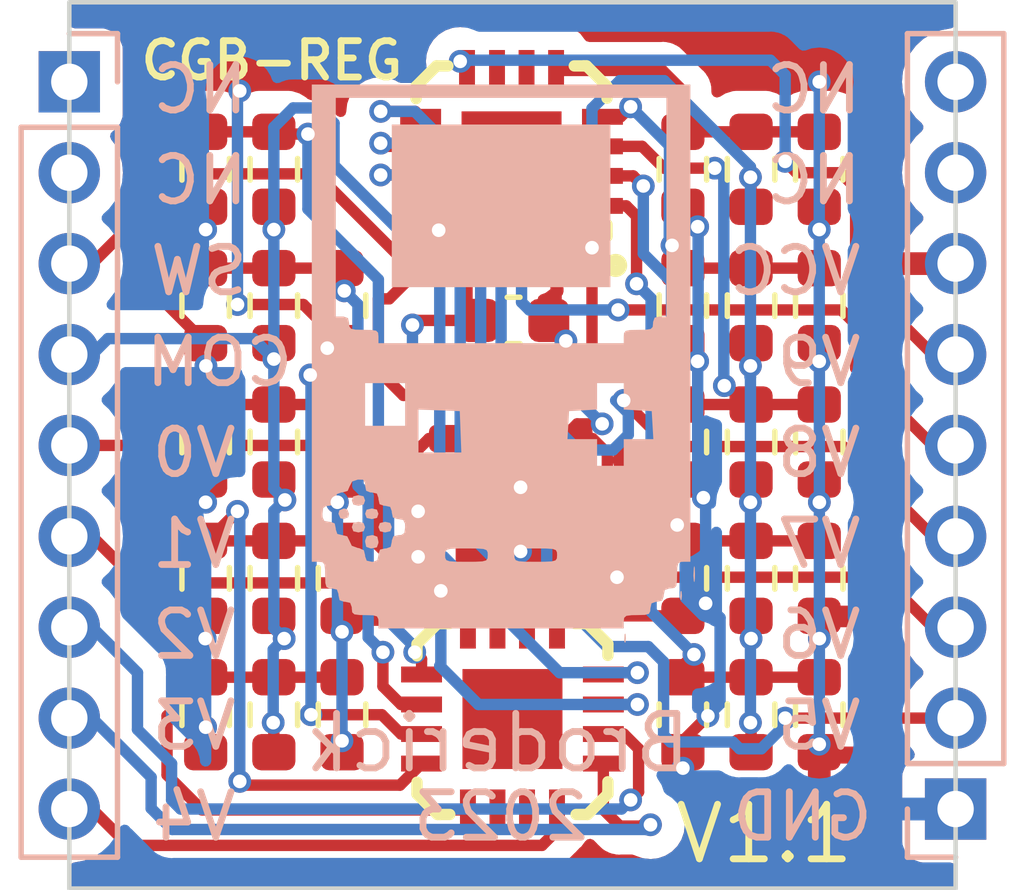
<source format=kicad_pcb>
(kicad_pcb (version 20221018) (generator pcbnew)
  (layers (0 "F.Cu" signal) (31 "B.Cu" signal) (34 "B.Paste" user) (35 "F.Paste" user) (36 "B.SilkS" user "B.Silkscreen") (37 "F.SilkS" user "F.Silkscreen") (38 "B.Mask" user) (39 "F.Mask" user) (44 "Edge.Cuts" user))
  (net 0 "")
  (net 1 "+5V")
  (net 2 "GND")
  (net 3 "v5")
  (net 4 "v6")
  (net 5 "v7")
  (net 6 "v8")
  (net 7 "v9")
  (net 12 "SW_IN")
  (net 13 "v0")
  (net 14 "v1")
  (net 15 "v2")
  (net 16 "v3")
  (net 17 "v4")
  (net 28 "V1 Raw")
  (net 29 "V0 Raw")
  (net 30 "V2 Raw")
  (net 31 "V3 Raw")
  (net 32 "V4 Raw")
  (net 33 "V5 Raw")
  (net 34 "V6 Raw")
  (net 35 "V7 Raw")
  (net 36 "V8 Raw")
  (net 37 "V9 Raw")
  (net 38 "SW")
  (net 39 "'SW")
  (footprint "easyeda2kicad:LFCSP-16_L4.0-W4.0-P0.65-TL-EP2.2" (layer "F.Cu") (at 90.23 124.25 180)
    (fp_text reference "U2" hide)
    (fp_text value "AD8560ACP-REEL7" hide)
  )
  (footprint "Package_TO_SOT_SMD:SOT-23-6" (layer "F.Cu") (at 90.2125 130.35)
    (fp_text reference "U4" hide)
    (fp_text value "74LVC2G04" hide)
  )
  (footprint "Resistor_SMD:R_0603_1608Metric" (layer "F.Cu") (at 97 124.425 90)
    (fp_text reference "R28" hide)
    (fp_text value "75k" hide)
  )
  (footprint "Resistor_SMD:R_0603_1608Metric" (layer "F.Cu") (at 95.5 124.425 -90)
    (fp_text reference "R27" hide)
    (fp_text value "30k" hide)
  )
  (footprint "Resistor_SMD:R_0603_1608Metric" (layer "F.Cu") (at 86.5 127.425 90)
    (fp_text reference "R1" hide)
    (fp_text value "100k" hide)
  )
  (footprint "Resistor_SMD:R_0603_1608Metric" (layer "F.Cu") (at 97 133.425 90)
    (fp_text reference "R19" hide)
    (fp_text value "100k" hide)
  )
  (footprint "easyeda2kicad:LFCSP-16_L4.0-W4.0-P0.65-TL-EP2.2" (layer "F.Cu") (at 90.25 136.52)
    (fp_text reference "U1" hide)
    (fp_text value "AD8560ACP-REEL7" hide)
  )
  (footprint "Resistor_SMD:R_0603_1608Metric" (layer "F.Cu") (at 86.5 136.425 90)
    (fp_text reference "R13" hide)
    (fp_text value "120k" hide)
  )
  (footprint "Resistor_SMD:R_0603_1608Metric" (layer "F.Cu") (at 95.5 130.425 -90)
    (fp_text reference "R21" hide)
    (fp_text value "178k" hide)
  )
  (footprint "Resistor_SMD:R_0603_1608Metric" (layer "F.Cu") (at 85 124.425 -90)
    (fp_text reference "R4" hide)
    (fp_text value "100k" hide)
  )
  (footprint "Resistor_SMD:R_0603_1608Metric" (layer "F.Cu") (at 94 127.425 -90)
    (fp_text reference "R26" hide)
    (fp_text value "100k" hide)
  )
  (footprint "Resistor_SMD:R_0603_1608Metric" (layer "F.Cu") (at 83.5 136.425 -90)
    (fp_text reference "R14" hide)
    (fp_text value "100k" hide)
  )
  (footprint "Resistor_SMD:R_0603_1608Metric" (layer "F.Cu") (at 83.5 124.425 -90)
    (fp_text reference "R6" hide)
    (fp_text value "402k" hide)
  )
  (footprint "Resistor_SMD:R_0603_1608Metric" (layer "F.Cu") (at 95.5 136.425 -90)
    (fp_text reference "R15" hide)
    (fp_text value "1.24M" hide)
  )
  (footprint "Resistor_SMD:R_0603_1608Metric" (layer "F.Cu") (at 97 127.425 90)
    (fp_text reference "R25" hide)
    (fp_text value "80.6k" hide)
  )
  (footprint "Resistor_SMD:R_0603_1608Metric" (layer "F.Cu") (at 97 136.425 90)
    (fp_text reference "R16" hide)
    (fp_text value "107k" hide)
  )
  (footprint "Resistor_SMD:R_0603_1608Metric" (layer "F.Cu") (at 86.5 133.425 90)
    (fp_text reference "R10" hide)
    (fp_text value "120k" hide)
  )
  (footprint "Resistor_SMD:R_0603_1608Metric" (layer "F.Cu") (at 94 124.425 -90)
    (fp_text reference "R29" hide)
    (fp_text value "100k" hide)
  )
  (footprint "Resistor_SMD:R_0603_1608Metric" (layer "F.Cu") (at 86.5 130.425 90)
    (fp_text reference "R7" hide)
    (fp_text value "100k" hide)
  )
  (footprint "Resistor_SMD:R_0603_1608Metric" (layer "F.Cu") (at 94 136.425 -90)
    (fp_text reference "R17" hide)
    (fp_text value "97.6k" hide)
  )
  (footprint "Resistor_SMD:R_0603_1608Metric" (layer "F.Cu") (at 95.5 133.425 -90)
    (fp_text reference "R18" hide)
    (fp_text value "365k" hide)
  )
  (footprint "Resistor_SMD:R_0603_1608Metric" (layer "F.Cu") (at 94 130.425 -90)
    (fp_text reference "R23" hide)
    (fp_text value "100k" hide)
  )
  (footprint "Resistor_SMD:R_0603_1608Metric" (layer "F.Cu") (at 85 136.425 -90)
    (fp_text reference "R12" hide)
    (fp_text value "634k" hide)
  )
  (footprint "Resistor_SMD:R_0603_1608Metric" (layer "F.Cu") (at 95.5 127.425 -90)
    (fp_text reference "R24" hide)
    (fp_text value "53.6k" hide)
  )
  (footprint "Resistor_SMD:R_0603_1608Metric" (layer "F.Cu") (at 94 133.425 -90)
    (fp_text reference "R20" hide)
    (fp_text value "100k" hide)
  )
  (footprint "Resistor_SMD:R_0603_1608Metric" (layer "F.Cu") (at 83.5 133.425 -90)
    (fp_text reference "R11" hide)
    (fp_text value "100k" hide)
  )
  (footprint "Capacitor_SMD:C_0603_1608Metric" (layer "F.Cu") (at 90.225 133)
    (fp_text reference "C3" hide)
    (fp_text value "1uF" hide)
  )
  (footprint "Resistor_SMD:R_0603_1608Metric" (layer "F.Cu") (at 85 130.425 -90)
    (fp_text reference "R5" hide)
    (fp_text value "86.6k" hide)
  )
  (footprint "Resistor_SMD:R_0603_1608Metric" (layer "F.Cu") (at 83.5 130.425 -90)
    (fp_text reference "R8" hide)
    (fp_text value "69.8k" hide)
  )
  (footprint "Capacitor_SMD:C_0603_1608Metric" (layer "F.Cu") (at 90.275 127.75 180)
    (fp_text reference "C2" hide)
    (fp_text value "1uF" hide)
  )
  (footprint "Resistor_SMD:R_0603_1608Metric" (layer "F.Cu") (at 85 133.425 -90)
    (fp_text reference "R9" hide)
    (fp_text value "287k" hide)
  )
  (footprint "Resistor_SMD:R_0603_1608Metric" (layer "F.Cu") (at 83.5 127.425 -90)
    (fp_text reference "R3" hide)
    (fp_text value "43k" hide)
  )
  (footprint "Resistor_SMD:R_0603_1608Metric" (layer "F.Cu") (at 97 130.425 90)
    (fp_text reference "R22" hide)
    (fp_text value "95.3k" hide)
  )
  (footprint "Resistor_SMD:R_0603_1608Metric" (layer "F.Cu") (at 85 127.425 -90)
    (fp_text reference "R2" hide)
    (fp_text value "20k" hide)
  )
  (footprint "LOGO" (layer "B.Cu") (at 90 128.25 180)
    (fp_text reference "G***" hide)
    (fp_text value "LOGO" hide)
  )
  (footprint "Connector_PinHeader_2.00mm:PinHeader_1x09_P2.00mm_Vertical" (layer "B.Cu") (at 100 138.5)
    (fp_text reference "J1" hide)
    (fp_text value "Conn_01x09_Socket" hide)
  )
  (footprint "Connector_PinHeader_2.00mm:PinHeader_1x09_P2.00mm_Vertical" (layer "B.Cu") (at 80.5 122.5 180)
    (fp_text reference "J2" hide)
    (fp_text value "Conn_01x09_Socket" hide)
  )
  (gr_rect (start 80.5 120.75) (end 100 140.25) (stroke (width 0.1)) (fill none) (layer "Edge.Cuts"))
  (gr_text "V7" (at 98 133.25) (layer "B.SilkS") (effects (font (size 1 1)) (justify left bottom mirror)))
  (gr_text "SW" (at 84.5 127.25) (layer "B.SilkS") (effects (font (size 1 1)) (justify left bottom mirror)))
  (gr_text "V9" (at 98 129.25) (layer "B.SilkS") (effects (font (size 1 1)) (justify left bottom mirror)))
  (gr_text "NC" (at 84.5 123.25) (layer "B.SilkS") (effects (font (size 1 1)) (justify left bottom mirror)))
  (gr_text "Broderick" (at 94.25 137.75) (layer "B.SilkS") (effects (font (size 1.2 1.2)) (justify left bottom mirror)))
  (gr_text "2023" (at 92 139.25) (layer "B.SilkS") (effects (font (size 1 1)) (justify left bottom mirror)))
  (gr_text "V0" (at 84.25 131.25) (layer "B.SilkS") (effects (font (size 1 1)) (justify left bottom mirror)))
  (gr_text "NC" (at 98 125.25) (layer "B.SilkS") (effects (font (size 1 1)) (justify left bottom mirror)))
  (gr_text "NC" (at 98 123.25) (layer "B.SilkS") (effects (font (size 1 1)) (justify left bottom mirror)))
  (gr_text "V8" (at 98 131.25) (layer "B.SilkS") (effects (font (size 1 1)) (justify left bottom mirror)))
  (gr_text "V6" (at 98 135.25) (layer "B.SilkS") (effects (font (size 1 1)) (justify left bottom mirror)))
  (gr_text "V3" (at 84.25 137.25) (layer "B.SilkS") (effects (font (size 1 1)) (justify left bottom mirror)))
  (gr_text "V2" (at 84.25 135.25) (layer "B.SilkS") (effects (font (size 1 1)) (justify left bottom mirror)))
  (gr_text "V4" (at 84.25 139.25) (layer "B.SilkS") (effects (font (size 1 1)) (justify left bottom mirror)))
  (gr_text "GND" (at 98.25 139.25) (layer "B.SilkS") (effects (font (size 1 1)) (justify left bottom mirror)))
  (gr_text "V1" (at 84.25 133.25) (layer "B.SilkS") (effects (font (size 1 1)) (justify left bottom mirror)))
  (gr_text "V5" (at 98 137.25) (layer "B.SilkS") (effects (font (size 1 1)) (justify left bottom mirror)))
  (gr_text "COM" (at 85.5 129.25) (layer "B.SilkS") (effects (font (size 1 1)) (justify left bottom mirror)))
  (gr_text "VCC" (at 98 127.25) (layer "B.SilkS") (effects (font (size 1 1)) (justify left bottom mirror)))
  (gr_text "NC" (at 84.5 125.25) (layer "B.SilkS") (effects (font (size 1 1)) (justify left bottom mirror)))
  (gr_text "V1.1" (at 93.75 139.75) (layer "F.SilkS") (effects (font (size 1.2 1.2)) (justify left bottom)))
  (gr_text "CGB-REG" (at 82 122.5) (layer "F.SilkS") (effects (font (size 0.8 0.8)) (justify left bottom)))
  (segment (start 86.390143 128.359857) (end 86.5 128.25) (width 0.25) (layer "F.Cu") (net 1))
  (segment (start 91.674063 130.025937) (end 91.35 130.35) (width 0.25) (layer "F.Cu") (net 1))
  (segment (start 97 134.747789) (end 97.002711 134.7505) (width 0.25) (layer "F.Cu") (net 1))
  (segment (start 86.595 134.345) (end 86.5 134.25) (width 0.25) (layer "F.Cu") (net 1))
  (segment (start 86.175546 128.359857) (end 86.390143 128.359857) (width 0.25) (layer "F.Cu") (net 1))
  (segment (start 92.3375 131.6625) (end 91.817462 132.182538) (width 0.25) (layer "F.Cu") (net 1))
  (segment (start 86.5 131.648729) (end 86.5 131.25) (width 0.25) (layer "F.Cu") (net 1))
  (segment (start 89.45 133) (end 89.27 133.18) (width 0.25) (layer "F.Cu") (net 1))
  (segment (start 89.27 133.18) (end 89.27 134.52) (width 0.25) (layer "F.Cu") (net 1))
  (segment (start 91.05 127.75) (end 91.05 127.8245) (width 0.25) (layer "F.Cu") (net 1))
  (segment (start 91.817462 132.182538) (end 90.267462 132.182538) (width 0.25) (layer "F.Cu") (net 1))
  (segment (start 86.5 134.6) (end 86.5 134.25) (width 0.25) (layer "F.Cu") (net 1))
  (segment (start 86.5 128.25) (end 85.65 127.4) (width 0.25) (layer "F.Cu") (net 1))
  (segment (start 90.267462 132.182538) (end 89.45 133) (width 0.25) (layer "F.Cu") (net 1))
  (segment (start 86.5 137.25) (end 86.5 136.999883) (width 0.25) (layer "F.Cu") (net 1))
  (segment (start 91.21 126.25) (end 91.21 127.59) (width 0.25) (layer "F.Cu") (net 1))
  (segment (start 91.05 127.8245) (end 91.4255 128.2) (width 0.25) (layer "F.Cu") (net 1))
  (segment (start 86.398229 131.7505) (end 86.5 131.648729) (width 0.25) (layer "F.Cu") (net 1))
  (segment (start 91.21 127.59) (end 91.05 127.75) (width 0.25) (layer "F.Cu") (net 1))
  (segment (start 89.095 134.345) (end 86.595 134.345) (width 0.25) (layer "F.Cu") (net 1))
  (segment (start 92.3375 130.675) (end 92.3375 131.6625) (width 0.25) (layer "F.Cu") (net 1))
  (segment (start 91.35 130.35) (end 92.0125 130.35) (width 0.25) (layer "F.Cu") (net 1))
  (segment (start 89.27 134.52) (end 89.095 134.345) (width 0.25) (layer "F.Cu") (net 1))
  (segment (start 92.0125 130.35) (end 92.3375 130.675) (width 0.25) (layer "F.Cu") (net 1))
  (segment (start 97 128.65) (end 97 128.25) (width 0.25) (layer "F.Cu") (net 1))
  (segment (start 97 131.25) (end 97 131.747789) (width 0.25) (layer "F.Cu") (net 1))
  (segment (start 92.224 130.025937) (end 91.674063 130.025937) (width 0.25) (layer "F.Cu") (net 1))
  (segment (start 97 131.747789) (end 97.002711 131.7505) (width 0.25) (layer "F.Cu") (net 1))
  (segment (start 85.65 127.4) (end 84.2 127.4) (width 0.25) (layer "F.Cu") (net 1))
  (segment (start 97 125.25) (end 97 125.75) (width 0.25) (layer "F.Cu") (net 1))
  (segment (start 97 134.25) (end 97 134.747789) (width 0.25) (layer "F.Cu") (net 1))
  (via (at 97 125.75) (size 0.5) (drill 0.3) (layers "F.Cu" "B.Cu") (net 1))
  (via (at 92.224 130.025937) (size 0.5) (drill 0.3) (layers "F.Cu" "B.Cu") (net 1))
  (via (at 97 137.0745) (size 0.5) (drill 0.3) (layers "F.Cu" "B.Cu") (net 1))
  (via (at 84.25 122.7) (size 0.5) (drill 0.3) (layers "F.Cu" "B.Cu") (net 1))
  (via (at 97.002711 131.7505) (size 0.5) (drill 0.3) (layers "F.Cu" "B.Cu") (net 1))
  (via (at 86.398229 131.7505) (size 0.5) (drill 0.3) (layers "F.Cu" "B.Cu") (net 1))
  (via (at 91.4255 128.2) (size 0.5) (drill 0.3) (layers "F.Cu" "B.Cu") (net 1))
  (via (at 86.175546 128.359857) (size 0.5) (drill 0.3) (layers "F.Cu" "B.Cu") (net 1))
  (via (at 97 122.5) (size 0.5) (drill 0.3) (layers "F.Cu" "B.Cu") (net 1))
  (via (at 97 128.65) (size 0.5) (drill 0.3) (layers "F.Cu" "B.Cu") (net 1))
  (via (at 97.002711 134.7505) (size 0.5) (drill 0.3) (layers "F.Cu" "B.Cu") (net 1))
  (via (at 86.5 136.999883) (size 0.5) (drill 0.3) (layers "F.Cu" "B.Cu") (net 1))
  (via (at 84.2 127.4) (size 0.5) (drill 0.3) (layers "F.Cu" "B.Cu") (net 1))
  (via (at 86.5 134.6) (size 0.5) (drill 0.3) (layers "F.Cu" "B.Cu") (net 1))
  (segment (start 97 125.75) (end 97 128.65) (width 0.25) (layer "B.Cu") (net 1))
  (segment (start 84.2 127.4) (end 84.2 122.75) (width 0.25) (layer "B.Cu") (net 1))
  (segment (start 97.002711 131.7505) (end 97.002711 128.652711) (width 0.25) (layer "B.Cu") (net 1))
  (segment (start 97 125.75) (end 97 122.5) (width 0.25) (layer "B.Cu") (net 1))
  (segment (start 86.4 131.752271) (end 86.4 134.5) (width 0.25) (layer "B.Cu") (net 1))
  (segment (start 97.002711 128.652711) (end 97 128.65) (width 0.25) (layer "B.Cu") (net 1))
  (segment (start 86.5 136.999883) (end 86.5 134.6) (width 0.25) (layer "B.Cu") (net 1))
  (segment (start 91.4255 129.227437) (end 92.224 130.025937) (width 0.25) (layer "B.Cu") (net 1))
  (segment (start 86.175546 128.359857) (end 86.4 128.584311) (width 0.25) (layer "B.Cu") (net 1))
  (segment (start 84.2 122.75) (end 84.25 122.7) (width 0.25) (layer "B.Cu") (net 1))
  (segment (start 97.002711 137.071789) (end 97 137.0745) (width 0.25) (layer "B.Cu") (net 1))
  (segment (start 91.4255 128.2) (end 91.4255 129.227437) (width 0.25) (layer "B.Cu") (net 1))
  (segment (start 86.4 134.5) (end 86.5 134.6) (width 0.25) (layer "B.Cu") (net 1))
  (segment (start 97.002711 134.7505) (end 97.002711 137.071789) (width 0.25) (layer "B.Cu") (net 1))
  (segment (start 86.398229 131.7505) (end 86.4 131.752271) (width 0.25) (layer "B.Cu") (net 1))
  (segment (start 86.4 128.584311) (end 86.4 131.748729) (width 0.25) (layer "B.Cu") (net 1))
  (segment (start 97.002711 134.7505) (end 97.002711 131.7505) (width 0.25) (layer "B.Cu") (net 1))
  (segment (start 86.4 131.748729) (end 86.398229 131.7505) (width 0.25) (layer "B.Cu") (net 1))
  (segment (start 83.5 125.25) (end 83.5 125.7505) (width 0.25) (layer "F.Cu") (net 2))
  (segment (start 94 137.25) (end 94 137.0005) (width 0.25) (layer "F.Cu") (net 2))
  (segment (start 94 131.25) (end 94.05 131.25) (width 0.25) (layer "F.Cu") (net 2))
  (segment (start 94.05 131.25) (end 94.45 131.65) (width 0.25) (layer "F.Cu") (net 2))
  (segment (start 94 125.25) (end 94 125.361871) (width 0.25) (layer "F.Cu") (net 2))
  (segment (start 82.55 127.3) (end 83.5 128.25) (width 0.25) (layer "F.Cu") (net 2))
  (segment (start 82.55 126.2) (end 82.55 127.3) (width 0.25) (layer "F.Cu") (net 2))
  (segment (start 83.5 128.7452) (end 83.5053 128.7505) (width 0.25) (layer "F.Cu") (net 2))
  (segment (start 88.4125 130.35) (end 88.0875 130.675) (width 0.25) (layer "F.Cu") (net 2))
  (segment (start 94 125.361871) (end 94.3255 125.687371) (width 0.25) (layer "F.Cu") (net 2))
  (segment (start 88.15 127.75) (end 88.05 127.85) (width 0.25) (layer "F.Cu") (net 2))
  (segment (start 91.23 133.23) (end 91 133) (width 0.25) (layer "F.Cu") (net 2))
  (segment (start 83.5 125.7505) (end 82.9995 125.7505) (width 0.25) (layer "F.Cu") (net 2))
  (segment (start 94 137.0005) (end 94.55 136.4505) (width 0.25) (layer "F.Cu") (net 2))
  (segment (start 89.075 130.35) (end 88.4125 130.35) (width 0.25) (layer "F.Cu") (net 2))
  (segment (start 94.3245 128.5745) (end 94 128.25) (width 0.25) (layer "F.Cu") (net 2))
  (segment (start 83.5 131.25) (end 83.5 131.749821) (width 0.25) (layer "F.Cu") (net 2))
  (segment (start 83.5 134.739832) (end 83.489332 134.7505) (width 0.25) (layer "F.Cu") (net 2))
  (segment (start 88.0875 131.863) (end 88.1745 131.95) (width 0.25) (layer "F.Cu") (net 2))
  (segment (start 91 133) (end 90.596457 133) (width 0.25) (layer "F.Cu") (net 2))
  (segment (start 89.5 127.75) (end 88.15 127.75) (width 0.25) (layer "F.Cu") (net 2))
  (segment (start 91.23 134.52) (end 91.23 133.23) (width 0.25) (layer "F.Cu") (net 2))
  (segment (start 94 134.25) (end 94.2245 134.25) (width 0.25) (layer "F.Cu") (net 2))
  (segment (start 83.5 128.25) (end 83.5 128.7452) (width 0.25) (layer "F.Cu") (net 2))
  (segment (start 83.5 131.749821) (end 83.499321 131.7505) (width 0.25) (layer "F.Cu") (net 2))
  (segment (start 91.23 134.52) (end 91.5 134.25) (width 0.25) (layer "F.Cu") (net 2))
  (segment (start 82.9995 125.7505) (end 82.55 126.2) (width 0.25) (layer "F.Cu") (net 2))
  (segment (start 89.25 126.25) (end 89.25 127.5) (width 0.25) (layer "F.Cu") (net 2))
  (segment (start 89.25 127.5) (end 89.5 127.75) (width 0.25) (layer "F.Cu") (net 2))
  (segment (start 94.3245 128.65) (end 94.3245 128.5745) (width 0.25) (layer "F.Cu") (net 2))
  (segment (start 83.5 134.25) (end 83.5 134.739832) (width 0.25) (layer "F.Cu") (net 2))
  (segment (start 94.2245 134.25) (end 94.5 133.9745) (width 0.25) (layer "F.Cu") (net 2))
  (segment (start 91.5 134.25) (end 94 134.25) (width 0.25) (layer "F.Cu") (net 2))
  (segment (start 90.596457 133) (end 90.429164 132.832707) (width 0.25) (layer "F.Cu") (net 2))
  (segment (start 88.0875 130.675) (end 88.0875 131.863) (width 0.25) (layer "F.Cu") (net 2))
  (segment (start 83.5 137.25) (end 83.5 136.7) (width 0.25) (layer "F.Cu") (net 2))
  (segment (start 94 137.25) (end 94 137.6) (width 0.25) (layer "F.Cu") (net 2))
  (via (at 94 137.6) (size 0.5) (drill 0.3) (layers "F.Cu" "B.Cu") (net 2))
  (via (at 94.3255 125.687371) (size 0.5) (drill 0.3) (layers "F.Cu" "B.Cu") (net 2))
  (via (at 83.489332 134.7505) (size 0.5) (drill 0.3) (layers "F.Cu" "B.Cu") (net 2))
  (via (at 88.1745 131.95) (size 0.5) (drill 0.3) (layers "F.Cu" "B.Cu") (net 2))
  (via (at 94.3245 128.65) (size 0.5) (drill 0.3) (layers "F.Cu" "B.Cu") (net 2))
  (via (at 94.45 131.65) (size 0.5) (drill 0.3) (layers "F.Cu" "B.Cu") (net 2))
  (via (at 83.5 136.7) (size 0.5) (drill 0.3) (layers "F.Cu" "B.Cu") (net 2))
  (via (at 83.499321 131.7505) (size 0.5) (drill 0.3) (layers "F.Cu" "B.Cu") (net 2))
  (via (at 88.05 127.85) (size 0.5) (drill 0.3) (layers "F.Cu" "B.Cu") (net 2))
  (via (at 90.429164 132.832707) (size 0.5) (drill 0.3) (layers "F.Cu" "B.Cu") (net 2))
  (via (at 94.5 133.9745) (size 0.5) (drill 0.3) (layers "F.Cu" "B.Cu") (net 2))
  (via (at 83.5053 128.7505) (size 0.5) (drill 0.3) (layers "F.Cu" "B.Cu") (net 2))
  (via (at 83.5 125.7505) (size 0.5) (drill 0.3) (layers "F.Cu" "B.Cu") (net 2))
  (via (at 94.55 136.4505) (size 0.5) (drill 0.3) (layers "F.Cu" "B.Cu") (net 2))
  (segment (start 88.05 127.85) (end 88.05 131.8255) (width 0.25) (layer "B.Cu") (net 2))
  (segment (start 94.335525 125.697396) (end 94.335525 128.638975) (width 0.25) (layer "B.Cu") (net 2))
  (segment (start 94.45 131.65) (end 94.3245 131.5245) (width 0.25) (layer "B.Cu") (net 2))
  (segment (start 88.05 131.8255) (end 88.1745 131.95) (width 0.25) (layer "B.Cu") (net 2))
  (segment (start 94.5 133.9745) (end 94.5 131.7) (width 0.25) (layer "B.Cu") (net 2))
  (segment (start 94.55 136.4505) (end 94.817831 136.182669) (width 0.25) (layer "B.Cu") (net 2))
  (segment (start 94.3255 125.687371) (end 94.335525 125.697396) (width 0.25) (layer "B.Cu") (net 2))
  (segment (start 94.335525 128.638975) (end 94.3245 128.65) (width 0.25) (layer "B.Cu") (net 2))
  (segment (start 94.817831 134.292331) (end 94.5 133.9745) (width 0.25) (layer "B.Cu") (net 2))
  (segment (start 94.3245 131.5245) (end 94.3245 128.65) (width 0.25) (layer "B.Cu") (net 2))
  (segment (start 94.817831 136.182669) (end 94.817831 134.292331) (width 0.25) (layer "B.Cu") (net 2))
  (segment (start 90.429164 132.832707) (end 89.546457 131.95) (width 0.25) (layer "B.Cu") (net 2))
  (segment (start 89.546457 131.95) (end 88.1745 131.95) (width 0.25) (layer "B.Cu") (net 2))
  (segment (start 94.5 131.7) (end 94.45 131.65) (width 0.25) (layer "B.Cu") (net 2))
  (segment (start 88.23 125.368431) (end 88.626843 125.765274) (width 0.25) (layer "F.Cu") (net 3))
  (segment (start 88.23 125.23) (end 88.23 125.368431) (width 0.25) (layer "F.Cu") (net 3))
  (segment (start 96.25 136.5) (end 99.5 136.5) (width 0.25) (layer "F.Cu") (net 3))
  (via (at 96.25 136.5) (size 0.5) (drill 0.3) (layers "F.Cu" "B.Cu") (net 3))
  (via (at 88.626843 125.765274) (size 0.5) (drill 0.3) (layers "F.Cu" "B.Cu") (net 3))
  (segment (start 93.725 137.025) (end 95.098416 137.025) (width 0.25) (layer "B.Cu") (net 3))
  (segment (start 93.575 136.875) (end 93.725 137.025) (width 0.25) (layer "B.Cu") (net 3))
  (segment (start 93.238173 134.925497) (end 93.575 135.262324) (width 0.25) (layer "B.Cu") (net 3))
  (segment (start 95.098416 137.025) (end 95.247916 137.1745) (width 0.25) (layer "B.Cu") (net 3))
  (segment (start 95.247916 137.1745) (end 95.724262 137.1745) (width 0.25) (layer "B.Cu") (net 3))
  (segment (start 88.626843 125.765274) (end 89.1 126.238431) (width 0.25) (layer "B.Cu") (net 3))
  (segment (start 92.325497 134.925497) (end 93.238173 134.925497) (width 0.25) (layer "B.Cu") (net 3))
  (segment (start 95.724262 137.1745) (end 96.25 136.648762) (width 0.25) (layer "B.Cu") (net 3))
  (segment (start 91.003664 131.183129) (end 91.003664 133.596336) (width 0.25) (layer "B.Cu") (net 3))
  (segment (start 89.1 130.75) (end 90.570535 130.75) (width 0.25) (layer "B.Cu") (net 3))
  (segment (start 93.575 135.262324) (end 93.575 136.875) (width 0.25) (layer "B.Cu") (net 3))
  (segment (start 96.25 136.648762) (end 96.25 136.5) (width 0.25) (layer "B.Cu") (net 3))
  (segment (start 91 133.6) (end 92.325497 134.925497) (width 0.25) (layer "B.Cu") (net 3))
  (segment (start 91.003664 133.596336) (end 91 133.6) (width 0.25) (layer "B.Cu") (net 3))
  (segment (start 90.570535 130.75) (end 91.003664 131.183129) (width 0.25) (layer "B.Cu") (net 3))
  (segment (start 89.1 126.238431) (end 89.1 130.75) (width 0.25) (layer "B.Cu") (net 3))
  (segment (start 88.21 124.55) (end 88.23 124.57) (width 0.25) (layer "F.Cu") (net 4))
  (segment (start 98.4 133.4) (end 99.5 134.5) (width 0.25) (layer "F.Cu") (net 4))
  (segment (start 87.35 124.55) (end 88.21 124.55) (width 0.25) (layer "F.Cu") (net 4))
  (segment (start 92.55 133.4) (end 98.4 133.4) (width 0.25) (layer "F.Cu") (net 4))
  (via (at 92.55 133.4) (size 0.5) (drill 0.3) (layers "F.Cu" "B.Cu") (net 4))
  (via (at 87.35 124.55) (size 0.5) (drill 0.3) (layers "F.Cu" "B.Cu") (net 4))
  (segment (start 91.6 133.4) (end 91.453664 133.253664) (width 0.25) (layer "B.Cu") (net 4))
  (segment (start 90.756931 130.3) (end 89.55 130.3) (width 0.25) (layer "B.Cu") (net 4))
  (segment (start 92.55 133.4) (end 91.6 133.4) (width 0.25) (layer "B.Cu") (net 4))
  (segment (start 91.453664 133.253664) (end 91.453664 130.996733) (width 0.25) (layer "B.Cu") (net 4))
  (segment (start 89.55 125.875258) (end 88.224742 124.55) (width 0.25) (layer "B.Cu") (net 4))
  (segment (start 91.453664 130.996733) (end 90.756931 130.3) (width 0.25) (layer "B.Cu") (net 4))
  (segment (start 88.224742 124.55) (end 87.35 124.55) (width 0.25) (layer "B.Cu") (net 4))
  (segment (start 89.55 130.3) (end 89.55 125.875258) (width 0.25) (layer "B.Cu") (net 4))
  (segment (start 97.525 130.525) (end 99.5 132.5) (width 0.25) (layer "F.Cu") (net 5))
  (segment (start 88.23 123.92) (end 87.419503 123.92) (width 0.25) (layer "F.Cu") (net 5))
  (segment (start 92.697009 129.510606) (end 92.697009 129.514471) (width 0.25) (layer "F.Cu") (net 5))
  (segment (start 92.697009 129.514471) (end 93.707538 130.525) (width 0.25) (layer "F.Cu") (net 5))
  (segment (start 93.707538 130.525) (end 97.525 130.525) (width 0.25) (layer "F.Cu") (net 5))
  (segment (start 87.419503 123.92) (end 87.35 123.850497) (width 0.25) (layer "F.Cu") (net 5))
  (via (at 92.697009 129.510606) (size 0.5) (drill 0.3) (layers "F.Cu" "B.Cu") (net 5))
  (via (at 87.35 123.850497) (size 0.5) (drill 0.3) (layers "F.Cu" "B.Cu") (net 5))
  (segment (start 92.521842 129.510606) (end 92.799 129.787764) (width 0.25) (layer "B.Cu") (net 5))
  (segment (start 92.799 129.787764) (end 92.799 130.26411) (width 0.25) (layer "B.Cu") (net 5))
  (segment (start 88.161635 123.850497) (end 87.35 123.850497) (width 0.25) (layer "B.Cu") (net 5))
  (segment (start 92.799 130.26411) (end 92.462173 130.600937) (width 0.25) (layer "B.Cu") (net 5))
  (segment (start 91.694264 130.600937) (end 90 128.906673) (width 0.25) (layer "B.Cu") (net 5))
  (segment (start 90 125.688862) (end 88.161635 123.850497) (width 0.25) (layer "B.Cu") (net 5))
  (segment (start 90 128.906673) (end 90 125.688862) (width 0.25) (layer "B.Cu") (net 5))
  (segment (start 92.697009 129.510606) (end 92.521842 129.510606) (width 0.25) (layer "B.Cu") (net 5))
  (segment (start 92.462173 130.600937) (end 91.694264 130.600937) (width 0.25) (layer "B.Cu") (net 5))
  (segment (start 92.5745 127.519053) (end 97.486515 127.519053) (width 0.25) (layer "F.Cu") (net 6))
  (segment (start 97.486515 127.519053) (end 97.8 127.832538) (width 0.25) (layer "F.Cu") (net 6))
  (segment (start 97.8 128.8) (end 99.5 130.5) (width 0.25) (layer "F.Cu") (net 6))
  (segment (start 87.35 123.150994) (end 88.110994 123.150994) (width 0.25) (layer "F.Cu") (net 6))
  (segment (start 97.8 127.832538) (end 97.8 128.8) (width 0.25) (layer "F.Cu") (net 6))
  (segment (start 88.110994 123.150994) (end 88.23 123.27) (width 0.25) (layer "F.Cu") (net 6))
  (via (at 87.35 123.150994) (size 0.5) (drill 0.3) (layers "F.Cu" "B.Cu") (net 6))
  (via (at 92.5745 127.519053) (size 0.5) (drill 0.3) (layers "F.Cu" "B.Cu") (net 6))
  (segment (start 88.098528 123.150994) (end 87.35 123.150994) (width 0.25) (layer "B.Cu") (net 6))
  (segment (start 90.619053 127.519053) (end 90.45 127.35) (width 0.25) (layer "B.Cu") (net 6))
  (segment (start 90.45 125.502466) (end 88.098528 123.150994) (width 0.25) (layer "B.Cu") (net 6))
  (segment (start 90.45 127.35) (end 90.45 125.502466) (width 0.25) (layer "B.Cu") (net 6))
  (segment (start 92.5745 127.519053) (end 90.619053 127.519053) (width 0.25) (layer "B.Cu") (net 6))
  (segment (start 96.5 124.5) (end 96.25 124.25) (width 0.25) (layer "F.Cu") (net 7))
  (segment (start 97.467462 124.5) (end 96.5 124.5) (width 0.25) (layer "F.Cu") (net 7))
  (segment (start 97.8 124.832538) (end 97.467462 124.5) (width 0.25) (layer "F.Cu") (net 7))
  (segment (start 97.8 126.8) (end 97.8 124.832538) (width 0.25) (layer "F.Cu") (net 7))
  (segment (start 89.25 122.2) (end 89.25 122.25) (width 0.25) (layer "F.Cu") (net 7))
  (segment (start 97.8 126.8) (end 99.5 128.5) (width 0.25) (layer "F.Cu") (net 7))
  (segment (start 89.1 122.05) (end 89.25 122.2) (width 0.25) (layer "F.Cu") (net 7))
  (via (at 96.25 124.25) (size 0.5) (drill 0.3) (layers "F.Cu" "B.Cu") (net 7))
  (via (at 89.1 122.05) (size 0.5) (drill 0.3) (layers "F.Cu" "B.Cu") (net 7))
  (segment (start 89.125 122.025) (end 89.1 122.05) (width 0.25) (layer "B.Cu") (net 7))
  (segment (start 96.25 122.35) (end 95.925 122.025) (width 0.25) (layer "B.Cu") (net 7))
  (segment (start 95.925 122.025) (end 89.125 122.025) (width 0.25) (layer "B.Cu") (net 7))
  (segment (start 96.25 124.25) (end 96.25 122.35) (width 0.25) (layer "B.Cu") (net 7))
  (segment (start 87.3 128.85) (end 87.85 129.4) (width 0.25) (layer "F.Cu") (net 12))
  (segment (start 87.875 126.461827) (end 87.875 126.938173) (width 0.25) (layer "F.Cu") (net 12))
  (segment (start 87.875 126.938173) (end 87.538173 127.275) (width 0.25) (layer "F.Cu") (net 12))
  (segment (start 82.975 124.525) (end 85.938173 124.525) (width 0.25) (layer "F.Cu") (net 12))
  (segment (start 87.538173 127.275) (end 87.3 127.275) (width 0.25) (layer "F.Cu") (net 12))
  (segment (start 81 126.5) (end 82.975 124.525) (width 0.25) (layer "F.Cu") (net 12))
  (segment (start 87.85 129.4) (end 89.075 129.4) (width 0.25) (layer "F.Cu") (net 12))
  (segment (start 87.3 127.275) (end 87.3 128.85) (width 0.25) (layer "F.Cu") (net 12))
  (segment (start 85.938173 124.525) (end 87.875 126.461827) (width 0.25) (layer "F.Cu") (net 12))
  (segment (start 87.3 132.7) (end 87.3 130.832538) (width 0.25) (layer "F.Cu") (net 13))
  (segment (start 87.5505 132.9505) (end 87.3 132.7) (width 0.25) (layer "F.Cu") (net 13))
  (segment (start 87.3 130.832538) (end 86.967462 130.5) (width 0.25) (layer "F.Cu") (net 13))
  (segment (start 86.967462 130.5) (end 81 130.5) (width 0.25) (layer "F.Cu") (net 13))
  (segment (start 93 135.500497) (end 92.289503 135.500497) (width 0.25) (layer "F.Cu") (net 13))
  (segment (start 92.289503 135.500497) (end 92.25 135.54) (width 0.25) (layer "F.Cu") (net 13))
  (segment (start 88.1745 132.9505) (end 87.5505 132.9505) (width 0.25) (layer "F.Cu") (net 13))
  (via (at 88.1745 132.9505) (size 0.5) (drill 0.3) (layers "F.Cu" "B.Cu") (net 13))
  (via (at 93 135.500497) (size 0.5) (drill 0.3) (layers "F.Cu" "B.Cu") (net 13))
  (segment (start 88.737676 132.9505) (end 91.287673 135.500497) (width 0.25) (layer "B.Cu") (net 13))
  (segment (start 88.1745 132.9505) (end 88.737676 132.9505) (width 0.25) (layer "B.Cu") (net 13))
  (segment (start 91.287673 135.500497) (end 93 135.500497) (width 0.25) (layer "B.Cu") (net 13))
  (segment (start 93 136.2) (end 92.25 136.2) (width 0.25) (layer "F.Cu") (net 14))
  (segment (start 82.025 133.525) (end 88.499003 133.525) (width 0.25) (layer "F.Cu") (net 14))
  (segment (start 88.499003 133.525) (end 88.674003 133.7) (width 0.25) (layer "F.Cu") (net 14))
  (segment (start 81 132.5) (end 82.025 133.525) (width 0.25) (layer "F.Cu") (net 14))
  (via (at 88.674003 133.7) (size 0.5) (drill 0.3) (layers "F.Cu" "B.Cu") (net 14))
  (via (at 93 136.2) (size 0.5) (drill 0.3) (layers "F.Cu" "B.Cu") (net 14))
  (segment (start 88.674003 135.325997) (end 88.65 135.35) (width 0.25) (layer "B.Cu") (net 14))
  (segment (start 88.674003 133.7) (end 88.674003 135.325997) (width 0.25) (layer "B.Cu") (net 14))
  (segment (start 88.65 135.35) (end 89.5 136.2) (width 0.25) (layer "B.Cu") (net 14))
  (segment (start 89.5 136.2) (end 93 136.2) (width 0.25) (layer "B.Cu") (net 14))
  (segment (start 92.7 136.85) (end 92.25 136.85) (width 0.25) (layer "F.Cu") (net 15))
  (segment (start 93.025 137.175) (end 92.7 136.85) (width 0.25) (layer "F.Cu") (net 15))
  (segment (start 92.85 138.3) (end 93.025 138.125) (width 0.25) (layer "F.Cu") (net 15))
  (segment (start 93.025 138.125) (end 93.025 137.175) (width 0.25) (layer "F.Cu") (net 15))
  (via (at 92.85 138.3) (size 0.5) (drill 0.3) (layers "F.Cu" "B.Cu") (net 15))
  (segment (start 82 136.75) (end 82 135.5) (width 0.25) (layer "B.Cu") (net 15))
  (segment (start 82 135.5) (end 81 134.5) (width 0.25) (layer "B.Cu") (net 15))
  (segment (start 92.65 138.5) (end 82.95 138.5) (width 0.25) (layer "B.Cu") (net 15))
  (segment (start 82.75 138.3) (end 82.75 137.5) (width 0.25) (layer "B.Cu") (net 15))
  (segment (start 82.75 137.5) (end 82 136.75) (width 0.25) (layer "B.Cu") (net 15))
  (segment (start 92.85 138.3) (end 92.65 138.5) (width 0.25) (layer "B.Cu") (net 15))
  (segment (start 82.95 138.5) (end 82.75 138.3) (width 0.25) (layer "B.Cu") (net 15))
  (segment (start 93.201965 138.761208) (end 93.088173 138.875) (width 0.25) (layer "F.Cu") (net 16))
  (segment (start 92.25 138.513173) (end 92.25 137.5) (width 0.25) (layer "F.Cu") (net 16))
  (segment (start 93.286976 138.846219) (end 93.201965 138.761208) (width 0.25) (layer "F.Cu") (net 16))
  (segment (start 93.088173 138.875) (end 92.611827 138.875) (width 0.25) (layer "F.Cu") (net 16))
  (segment (start 92.611827 138.875) (end 92.25 138.513173) (width 0.25) (layer "F.Cu") (net 16))
  (via (at 93.286976 138.846219) (size 0.5) (drill 0.3) (layers "F.Cu" "B.Cu") (net 16))
  (segment (start 82.763604 138.95) (end 82.3 138.486396) (width 0.25) (layer "B.Cu") (net 16))
  (segment (start 93.183195 138.95) (end 82.763604 138.95) (width 0.25) (layer "B.Cu") (net 16))
  (segment (start 82.3 137.8) (end 81 136.5) (width 0.25) (layer "B.Cu") (net 16))
  (segment (start 82.3 138.486396) (end 82.3 137.8) (width 0.25) (layer "B.Cu") (net 16))
  (segment (start 93.286976 138.846219) (end 93.183195 138.95) (width 0.25) (layer "B.Cu") (net 16))
  (segment (start 91.23 138.52) (end 91.23 138.97) (width 0.25) (layer "F.Cu") (net 17))
  (segment (start 90.9 139.3) (end 81.8 139.3) (width 0.25) (layer "F.Cu") (net 17))
  (segment (start 81.8 139.3) (end 81 138.5) (width 0.25) (layer "F.Cu") (net 17))
  (segment (start 91.23 138.97) (end 90.9 139.3) (width 0.25) (layer "F.Cu") (net 17))
  (segment (start 85 126.6) (end 86.5 126.6) (width 0.25) (layer "F.Cu") (net 28))
  (segment (start 87.4 135.8) (end 87.4 135.05) (width 0.25) (layer "F.Cu") (net 28))
  (segment (start 86.55 127.1) (end 86.55 126.65) (width 0.25) (layer "F.Cu") (net 28))
  (segment (start 83.5 126.6) (end 85 126.6) (width 0.25) (layer "F.Cu") (net 28))
  (segment (start 87.8 136.2) (end 87.4 135.8) (width 0.25) (layer "F.Cu") (net 28))
  (segment (start 86.55 126.65) (end 86.5 126.6) (width 0.25) (layer "F.Cu") (net 28))
  (segment (start 88.25 136.2) (end 87.8 136.2) (width 0.25) (layer "F.Cu") (net 28))
  (via (at 86.55 127.1) (size 0.5) (drill 0.3) (layers "F.Cu" "B.Cu") (net 28))
  (via (at 87.4 135.05) (size 0.5) (drill 0.3) (layers "F.Cu" "B.Cu") (net 28))
  (segment (start 86.55 127.1) (end 86.85 127.4) (width 0.25) (layer "B.Cu") (net 28))
  (segment (start 87.075 134.725) (end 87.4 135.05) (width 0.25) (layer "B.Cu") (net 28))
  (segment (start 86.85 131.389098) (end 87.075 131.614098) (width 0.25) (layer "B.Cu") (net 28))
  (segment (start 87.075 131.614098) (end 87.075 134.725) (width 0.25) (layer "B.Cu") (net 28))
  (segment (start 86.85 127.4) (end 86.85 131.389098) (width 0.25) (layer "B.Cu") (net 28))
  (segment (start 85.75 123.65) (end 85.05 123.65) (width 0.25) (layer "F.Cu") (net 29))
  (segment (start 88.25 135.200497) (end 88.099503 135.05) (width 0.25) (layer "F.Cu") (net 29))
  (segment (start 85.05 123.65) (end 85 123.6) (width 0.25) (layer "F.Cu") (net 29))
  (segment (start 88.25 135.54) (end 88.25 135.200497) (width 0.25) (layer "F.Cu") (net 29))
  (segment (start 83.5 123.6) (end 85 123.6) (width 0.25) (layer "F.Cu") (net 29))
  (via (at 85.75 123.65) (size 0.5) (drill 0.3) (layers "F.Cu" "B.Cu") (net 29))
  (via (at 88.099503 135.05) (size 0.5) (drill 0.3) (layers "F.Cu" "B.Cu") (net 29))
  (segment (start 88.099503 135.05) (end 88.099503 134.93633) (width 0.25) (layer "B.Cu") (net 29))
  (segment (start 85.75 125.3) (end 85.75 123.65) (width 0.25) (layer "B.Cu") (net 29))
  (segment (start 87.525 134.361827) (end 87.525 131.427702) (width 0.25) (layer "B.Cu") (net 29))
  (segment (start 87.525 131.427702) (end 87.3 131.202702) (width 0.25) (layer "B.Cu") (net 29))
  (segment (start 88.099503 134.93633) (end 87.525 134.361827) (width 0.25) (layer "B.Cu") (net 29))
  (segment (start 87.3 131.202702) (end 87.3 126.85) (width 0.25) (layer "B.Cu") (net 29))
  (segment (start 87.3 126.85) (end 85.75 125.3) (width 0.25) (layer "B.Cu") (net 29))
  (segment (start 86.45 129.6) (end 86.5 129.6) (width 0.25) (layer "F.Cu") (net 30))
  (segment (start 85.8 128.95) (end 86.45 129.6) (width 0.25) (layer "F.Cu") (net 30))
  (segment (start 87.375383 136.425383) (end 85.817556 136.425383) (width 0.25) (layer "F.Cu") (net 30))
  (segment (start 85 129.6) (end 86.5 129.6) (width 0.25) (layer "F.Cu") (net 30))
  (segment (start 87.8 136.85) (end 87.375383 136.425383) (width 0.25) (layer "F.Cu") (net 30))
  (segment (start 88.25 136.85) (end 87.8 136.85) (width 0.25) (layer "F.Cu") (net 30))
  (segment (start 83.5 129.6) (end 85 129.6) (width 0.25) (layer "F.Cu") (net 30))
  (via (at 85.8 128.95) (size 0.5) (drill 0.3) (layers "F.Cu" "B.Cu") (net 30))
  (via (at 85.817556 136.425383) (size 0.5) (drill 0.3) (layers "F.Cu" "B.Cu") (net 30))
  (segment (start 85.817556 128.967556) (end 85.817556 136.425383) (width 0.25) (layer "B.Cu") (net 30))
  (segment (start 85.8 128.95) (end 85.817556 128.967556) (width 0.25) (layer "B.Cu") (net 30))
  (segment (start 84.249717 137.892397) (end 84.33232 137.975) (width 0.25) (layer "F.Cu") (net 31))
  (segment (start 84.33232 137.975) (end 87.775 137.975) (width 0.25) (layer "F.Cu") (net 31))
  (segment (start 83.5 132.6) (end 85 132.6) (width 0.25) (layer "F.Cu") (net 31))
  (segment (start 87.775 137.975) (end 88.25 137.5) (width 0.25) (layer "F.Cu") (net 31))
  (segment (start 83.55 132.6) (end 83.5 132.6) (width 0.25) (layer "F.Cu") (net 31))
  (segment (start 85 132.6) (end 86.5 132.6) (width 0.25) (layer "F.Cu") (net 31))
  (segment (start 84.2 131.95) (end 83.55 132.6) (width 0.25) (layer "F.Cu") (net 31))
  (via (at 84.249717 137.892397) (size 0.5) (drill 0.3) (layers "F.Cu" "B.Cu") (net 31))
  (via (at 84.2 131.95) (size 0.5) (drill 0.3) (layers "F.Cu" "B.Cu") (net 31))
  (segment (start 84.25 132) (end 84.2 131.95) (width 0.25) (layer "B.Cu") (net 31))
  (segment (start 84.25 137.892114) (end 84.25 132) (width 0.25) (layer "B.Cu") (net 31))
  (segment (start 84.249717 137.892397) (end 84.25 137.892114) (width 0.25) (layer "B.Cu") (net 31))
  (segment (start 82.65 137.75) (end 83.42 138.52) (width 0.25) (layer "F.Cu") (net 32))
  (segment (start 85 135.6) (end 86.5 135.6) (width 0.25) (layer "F.Cu") (net 32))
  (segment (start 83.5 135.6) (end 85 135.6) (width 0.25) (layer "F.Cu") (net 32))
  (segment (start 83.5 135.6) (end 82.65 136.45) (width 0.25) (layer "F.Cu") (net 32))
  (segment (start 83.42 138.52) (end 89.27 138.52) (width 0.25) (layer "F.Cu") (net 32))
  (segment (start 82.65 136.45) (end 82.65 137.75) (width 0.25) (layer "F.Cu") (net 32))
  (segment (start 97 135.6) (end 95.5 135.6) (width 0.25) (layer "F.Cu") (net 33))
  (segment (start 92.980411 125.455768) (end 92.754643 125.23) (width 0.25) (layer "F.Cu") (net 33))
  (segment (start 92.980411 126.944553) (end 92.980411 125.455768) (width 0.25) (layer "F.Cu") (net 33))
  (segment (start 92.754643 125.23) (end 92.23 125.23) (width 0.25) (layer "F.Cu") (net 33))
  (segment (start 94 135.6) (end 95.5 135.6) (width 0.25) (layer "F.Cu") (net 33))
  (segment (start 94.242831 135.0995) (end 94 135.342331) (width 0.25) (layer "F.Cu") (net 33))
  (segment (start 94 135.342331) (end 94 135.6) (width 0.25) (layer "F.Cu") (net 33))
  (via (at 92.980411 126.944553) (size 0.5) (drill 0.3) (layers "F.Cu" "B.Cu") (net 33))
  (via (at 94.242831 135.0995) (size 0.5) (drill 0.3) (layers "F.Cu" "B.Cu") (net 33))
  (segment (start 92.980411 126.944553) (end 93.3 127.264142) (width 0.25) (layer "B.Cu") (net 33))
  (segment (start 93.3 127.264142) (end 93.3 134.156669) (width 0.25) (layer "B.Cu") (net 33))
  (segment (start 93.3 134.156669) (end 94.242831 135.0995) (width 0.25) (layer "B.Cu") (net 33))
  (segment (start 94 132.6) (end 95.5 132.6) (width 0.25) (layer "F.Cu") (net 34))
  (segment (start 94 132.3755) (end 94 132.6) (width 0.25) (layer "F.Cu") (net 34))
  (segment (start 92.23 124.57) (end 92.907816 124.57) (width 0.25) (layer "F.Cu") (net 34))
  (segment (start 97 132.6) (end 95.5 132.6) (width 0.25) (layer "F.Cu") (net 34))
  (segment (start 93.8745 132.25) (end 94 132.3755) (width 0.25) (layer "F.Cu") (net 34))
  (segment (start 92.907816 124.57) (end 93.129236 124.79142) (width 0.25) (layer "F.Cu") (net 34))
  (via (at 93.129236 124.79142) (size 0.5) (drill 0.3) (layers "F.Cu" "B.Cu") (net 34))
  (via (at 93.8745 132.25) (size 0.5) (drill 0.3) (layers "F.Cu" "B.Cu") (net 34))
  (segment (start 93.8745 132.25) (end 93.75 132.1255) (width 0.25) (layer "B.Cu") (net 34))
  (segment (start 93.75 126.900969) (end 93.129236 126.280205) (width 0.25) (layer "B.Cu") (net 34))
  (segment (start 93.75 132.1255) (end 93.75 126.900969) (width 0.25) (layer "B.Cu") (net 34))
  (segment (start 93.129236 126.280205) (end 93.129236 124.79142) (width 0.25) (layer "B.Cu") (net 34))
  (segment (start 93.102538 123.92) (end 93.582538 124.4) (width 0.25) (layer "F.Cu") (net 35))
  (segment (start 94 129.6) (end 95.5 129.6) (width 0.25) (layer "F.Cu") (net 35))
  (segment (start 97 129.6) (end 95.5 129.6) (width 0.25) (layer "F.Cu") (net 35))
  (segment (start 93.582538 124.4) (end 94.7 124.4) (width 0.25) (layer "F.Cu") (net 35))
  (segment (start 92.23 123.92) (end 93.102538 123.92) (width 0.25) (layer "F.Cu") (net 35))
  (via (at 94.911589 129.185954) (size 0.5) (drill 0.3) (layers "F.Cu" "B.Cu") (net 35))
  (via (at 94.7 124.4) (size 0.5) (drill 0.3) (layers "F.Cu" "B.Cu") (net 35))
  (segment (start 94.9 129.174365) (end 94.911589 129.185954) (width 0.25) (layer "B.Cu") (net 35))
  (segment (start 94.9 124.6) (end 94.9 129.174365) (width 0.25) (layer "B.Cu") (net 35))
  (segment (start 94.7 124.4) (end 94.9 124.6) (width 0.25) (layer "B.Cu") (net 35))
  (segment (start 94 126.338502) (end 94 126.6) (width 0.25) (layer "F.Cu") (net 36))
  (segment (start 92.23 123.27) (end 92.63 123.27) (width 0.25) (layer "F.Cu") (net 36))
  (segment (start 92.63 123.27) (end 92.85 123.05) (width 0.25) (layer "F.Cu") (net 36))
  (segment (start 93.760525 126.099027) (end 94 126.338502) (width 0.25) (layer "F.Cu") (net 36))
  (segment (start 97 126.6) (end 95.5 126.6) (width 0.25) (layer "F.Cu") (net 36))
  (segment (start 94 126.6) (end 95.5 126.6) (width 0.25) (layer "F.Cu") (net 36))
  (via (at 93.760525 126.099027) (size 0.5) (drill 0.3) (layers "F.Cu" "B.Cu") (net 36))
  (via (at 92.85 123.05) (size 0.5) (drill 0.3) (layers "F.Cu" "B.Cu") (net 36))
  (segment (start 93.7 126.038502) (end 93.7 125.033829) (width 0.25) (layer "B.Cu") (net 36))
  (segment (start 93.760525 126.099027) (end 93.7 126.038502) (width 0.25) (layer "B.Cu") (net 36))
  (segment (start 93.704236 125.029593) (end 93.704236 123.904236) (width 0.25) (layer "B.Cu") (net 36))
  (segment (start 93.7 125.033829) (end 93.704236 125.029593) (width 0.25) (layer "B.Cu") (net 36))
  (segment (start 93.704236 123.904236) (end 92.85 123.05) (width 0.25) (layer "B.Cu") (net 36))
  (segment (start 93.55 122.25) (end 94 122.7) (width 0.25) (layer "F.Cu") (net 37))
  (segment (start 94 122.7) (end 94 123.6) (width 0.25) (layer "F.Cu") (net 37))
  (segment (start 94 123.6) (end 95.5 123.6) (width 0.25) (layer "F.Cu") (net 37))
  (segment (start 95.5 123.6) (end 97 123.6) (width 0.25) (layer "F.Cu") (net 37))
  (segment (start 91.21 122.25) (end 93.55 122.25) (width 0.25) (layer "F.Cu") (net 37))
  (segment (start 85 131.25) (end 85 131.456944) (width 0.25) (layer "F.Cu") (net 38))
  (segment (start 91.35 131.3) (end 90.549966 131.3) (width 0.25) (layer "F.Cu") (net 38))
  (segment (start 90.549966 131.3) (end 90.428664 131.421302) (width 0.25) (layer "F.Cu") (net 38))
  (segment (start 85 125.25) (end 85 125.7505) (width 0.25) (layer "F.Cu") (net 38))
  (segment (start 85 131.456944) (end 85.243056 131.7) (width 0.25) (layer "F.Cu") (net 38))
  (segment (start 85 137.25) (end 85 136.613411) (width 0.25) (layer "F.Cu") (net 38))
  (segment (start 85 128.25) (end 85 128.6) (width 0.25) (layer "F.Cu") (net 38))
  (segment (start 85.227406 134.7505) (end 85 134.523094) (width 0.25) (layer "F.Cu") (net 38))
  (segment (start 85 136.613411) (end 84.986089 136.5995) (width 0.25) (layer "F.Cu") (net 38))
  (segment (start 85 134.523094) (end 85 134.25) (width 0.25) (layer "F.Cu") (net 38))
  (via (at 90.428664 131.421302) (size 0.5) (drill 0.3) (layers "F.Cu" "B.Cu") (net 38))
  (via (at 85.243056 131.7) (size 0.5) (drill 0.3) (layers "F.Cu" "B.Cu") (net 38))
  (via (at 85.227406 134.7505) (size 0.5) (drill 0.3) (layers "F.Cu" "B.Cu") (net 38))
  (via (at 85 125.7505) (size 0.5) (drill 0.3) (layers "F.Cu" "B.Cu") (net 38))
  (via (at 84.986089 136.5995) (size 0.5) (drill 0.3) (layers "F.Cu" "B.Cu") (net 38))
  (via (at 85 128.6) (size 0.5) (drill 0.3) (layers "F.Cu" "B.Cu") (net 38))
  (segment (start 85 125.7505) (end 85 128.6) (width 0.25) (layer "B.Cu") (net 38))
  (segment (start 90.428664 131.421302) (end 88.771302 131.421302) (width 0.25) (layer "B.Cu") (net 38))
  (segment (start 85.425 123.075) (end 85 123.5) (width 0.25) (layer "B.Cu") (net 38))
  (segment (start 85 131.943056) (end 85 134.523094) (width 0.25) (layer "B.Cu") (net 38))
  (segment (start 84.55 128.15) (end 81.35 128.15) (width 0.25) (layer "B.Cu") (net 38))
  (segment (start 85 123.5) (end 85 125.7505) (width 0.25) (layer "B.Cu") (net 38))
  (segment (start 85.243056 131.7) (end 85 131.943056) (width 0.25) (layer "B.Cu") (net 38))
  (segment (start 85.988173 123.075) (end 85.425 123.075) (width 0.25) (layer "B.Cu") (net 38))
  (segment (start 85 131.456944) (end 85.243056 131.7) (width 0.25) (layer "B.Cu") (net 38))
  (segment (start 85 134.523094) (end 85.227406 134.7505) (width 0.25) (layer "B.Cu") (net 38))
  (segment (start 88.771302 131.421302) (end 88.65 131.3) (width 0.25) (layer "B.Cu") (net 38))
  (segment (start 85.227406 134.7505) (end 84.986089 134.991817) (width 0.25) (layer "B.Cu") (net 38))
  (segment (start 85 128.6) (end 84.55 128.15) (width 0.25) (layer "B.Cu") (net 38))
  (segment (start 88.65 131.3) (end 88.65 126.663173) (width 0.25) (layer "B.Cu") (net 38))
  (segment (start 81.35 128.15) (end 81 128.5) (width 0.25) (layer "B.Cu") (net 38))
  (segment (start 84.986089 134.991817) (end 84.986089 136.5995) (width 0.25) (layer "B.Cu") (net 38))
  (segment (start 88.65 126.663173) (end 86.325 124.338173) (width 0.25) (layer "B.Cu") (net 38))
  (segment (start 86.325 123.411827) (end 85.988173 123.075) (width 0.25) (layer "B.Cu") (net 38))
  (segment (start 85 128.6) (end 85 131.456944) (width 0.25) (layer "B.Cu") (net 38))
  (segment (start 86.325 124.338173) (end 86.325 123.411827) (width 0.25) (layer "B.Cu") (net 38))
  (segment (start 95.486089 128.7505) (end 95.486089 128.263911) (width 0.25) (layer "F.Cu") (net 39))
  (segment (start 95.5 125.25) (end 95.5 124.613411) (width 0.25) (layer "F.Cu") (net 39))
  (segment (start 95.5 136.613411) (end 95.486089 136.5995) (width 0.25) (layer "F.Cu") (net 39))
  (segment (start 95.5 137.25) (end 95.5 136.613411) (width 0.25) (layer "F.Cu") (net 39))
  (segment (start 89.7375 131.3) (end 90.25 130.7875) (width 0.25) (layer "F.Cu") (net 39))
  (segment (start 90.6875 129.4) (end 91.35 129.4) (width 0.25) (layer "F.Cu") (net 39))
  (segment (start 90.25 130.7875) (end 90.25 129.8375) (width 0.25) (layer "F.Cu") (net 39))
  (segment (start 95.486089 128.263911) (end 95.5 128.25) (width 0.25) (layer "F.Cu") (net 39))
  (segment (start 95.486089 131.7505) (end 95.486089 131.263911) (width 0.25) (layer "F.Cu") (net 39))
  (segment (start 95.5 134.75) (end 95.5 134.25) (width 0.25) (layer "F.Cu") (net 39))
  (segment (start 95.486089 131.263911) (end 95.5 131.25) (width 0.25) (layer "F.Cu") (net 39))
  (segment (start 89.075 131.3) (end 89.7375 131.3) (width 0.25) (layer "F.Cu") (net 39))
  (segment (start 95.5 124.613411) (end 95.486089 124.5995) (width 0.25) (layer "F.Cu") (net 39))
  (segment (start 91.35 129.4) (end 90.701517 129.4) (width 0.25) (layer "F.Cu") (net 39))
  (segment (start 92 126.15) (end 92 128.75) (width 0.25) (layer "F.Cu") (net 39))
  (segment (start 90.25 129.8375) (end 90.6875 129.4) (width 0.25) (layer "F.Cu") (net 39))
  (segment (start 92 128.75) (end 91.35 129.4) (width 0.25) (layer "F.Cu") (net 39))
  (via (at 92 126.15) (size 0.5) (drill 0.3) (layers "F.Cu" "B.Cu") (net 39))
  (via (at 95.486089 131.7505) (size 0.5) (drill 0.3) (layers "F.Cu" "B.Cu") (net 39))
  (via (at 95.486089 128.7505) (size 0.5) (drill 0.3) (layers "F.Cu" "B.Cu") (net 39))
  (via (at 95.486089 124.5995) (size 0.5) (drill 0.3) (layers "F.Cu" "B.Cu") (net 39))
  (via (at 95.5 134.75) (size 0.5) (drill 0.3) (layers "F.Cu" "B.Cu") (net 39))
  (via (at 95.486089 136.5995) (size 0.5) (drill 0.3) (layers "F.Cu" "B.Cu") (net 39))
  (segment (start 92.611827 122.475) (end 92 123.086827) (width 0.25) (layer "B.Cu") (net 39))
  (segment (start 95.486089 124.372916) (end 93.588173 122.475) (width 0.25) (layer "B.Cu") (net 39))
  (segment (start 92 123.086827) (end 92 126.15) (width 0.25) (layer "B.Cu") (net 39))
  (segment (start 95.486089 128.7505) (end 95.486089 129) (width 0.25) (layer "B.Cu") (net 39))
  (segment (start 95.486089 124.5995) (end 95.486089 128.7505) (width 0.25) (layer "B.Cu") (net 39))
  (segment (start 95.474204 128.988115) (end 95.486089 129) (width 0.25) (layer "B.Cu") (net 39))
  (segment (start 95.486089 124.5995) (end 95.486089 124.372916) (width 0.25) (layer "B.Cu") (net 39))
  (segment (start 93.588173 122.475) (end 92.611827 122.475) (width 0.25) (layer "B.Cu") (net 39))
  (segment (start 95.486089 129) (end 95.486089 131.7505) (width 0.25) (layer "B.Cu") (net 39))
  (segment (start 95.486089 131.7505) (end 95.486089 134.736089) (width 0.25) (layer "B.Cu") (net 39))
  (segment (start 95.486089 136.5995) (end 95.486089 134.763911) (width 0.25) (layer "B.Cu") (net 39))
  (segment (start 95.486089 134.736089) (end 95.5 134.75) (width 0.25) (layer "B.Cu") (net 39))
  (segment (start 95.486089 134.763911) (end 95.5 134.75) (width 0.25) (layer "B.Cu") (net 39))
  (zone (net 1) (net_name "+5V") (layer "F.Cu") (connect_pads (clearance 0.5)) (min_thickness 0.25) (fill yes (thermal_gap 0.5) (thermal_bridge_width 0.5))
    (polygon (pts (xy 80.5 120.75) (xy 100 120.75) (xy 100 140.25) (xy 80.5 140.25)))
  )
  (zone (net 2) (net_name "GND") (layer "B.Cu") (priority 1) (connect_pads (clearance 0.5)) (min_thickness 0.25) (fill yes (thermal_gap 0.5) (thermal_bridge_width 0.5))
    (polygon (pts (xy 80.5 120.75) (xy 100 120.75) (xy 100 140.25) (xy 80.5 140.25)))
  )
)
</source>
